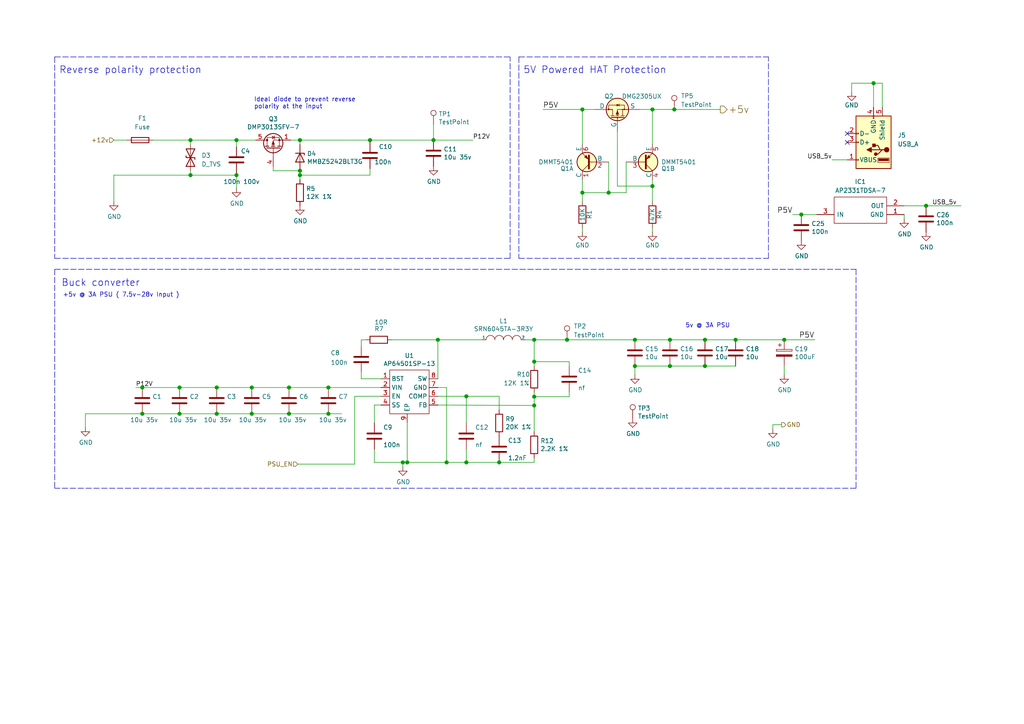
<source format=kicad_sch>
(kicad_sch (version 20210126) (generator eeschema)
  (paper "A4")
  (lib_symbols
    (symbol "AP2331TDSA-7:AP2331TDSA-7" (pin_names (offset 0.762))
      (property "Reference" "IC" (at 21.59 7.62 0))
      (property "Value" "AP2331TDSA-7" (at 21.59 5.08 0))
      (symbol "AP2331TDSA-7_0_0"
        (pin passive line (at 0 0 0) (length 5.08) (name "GND") (number "1"))
        (pin passive line (at 0 -2.54 0) (length 5.08) (name "OUT") (number "2"))
        (pin passive line (at 25.4 0 180) (length 5.08) (name "IN") (number "3"))
      )
      (symbol "AP2331TDSA-7_0_1"
        (polyline (pts (xy 5.08 2.54) (xy 20.32 2.54) (xy 20.32 -5.08) (xy 5.08 -5.08) (xy 5.08 2.54)) (stroke (width 0.1524)))
      )
    )
    (symbol "CM4IO:AP64351"
      (property "Reference" "U" (at 0 8.89 0))
      (property "Value" "AP64351" (at 1.27 6.35 0))
      (symbol "AP64351_0_1"
        (rectangle (start -5.08 5.08) (end 6.35 -7.62))
      )
      (symbol "AP64351_1_1"
        (pin passive line (at -7.62 2.54 0) (length 2.54) (name "BST") (number "1"))
        (pin power_in line (at -7.62 0 0) (length 2.54) (name "VIN") (number "2"))
        (pin input line (at -7.62 -2.54 0) (length 2.54) (name "EN") (number "3"))
        (pin input line (at -7.62 -5.08 0) (length 2.54) (name "SS") (number "4"))
        (pin input line (at 8.89 -5.08 180) (length 2.54) (name "FB") (number "5"))
        (pin input line (at 8.89 -2.54 180) (length 2.54) (name "COMP") (number "6"))
        (pin power_in line (at 8.89 0 180) (length 2.54) (name "GND") (number "7"))
        (pin output line (at 8.89 2.54 180) (length 2.54) (name "SW") (number "8"))
        (pin passive line (at 0 -10.16 90) (length 2.54) (name "EP") (number "9"))
      )
    )
    (symbol "CarPiPowerHat:DMG2305UX" (pin_numbers hide) (pin_names (offset 0))
      (property "Reference" "Q" (at -2.54 3.81 0))
      (property "Value" "DMG2305UX" (at 12.7 3.81 0))
      (symbol "DMG2305UX_0_1"
        (circle (center 0.0254 -2.032) (radius 0.1524) (fill (type outline)))
        (circle (center 0.0254 2.54) (radius 0.1778) (fill (type outline)))
        (circle (center 0 0) (radius 3.2512) (stroke (width 0.254)) (fill (type background)))
        (polyline (pts (xy -2.54 0) (xy -2.286 0)) (stroke (width 0.254)))
        (polyline (pts (xy -1.778 -1.524) (xy 0 -1.524)))
        (polyline (pts (xy -1.778 -1.016) (xy -1.778 -2.032)))
        (polyline (pts (xy -1.778 0) (xy 0 0)))
        (polyline (pts (xy -1.778 0.508) (xy -1.778 -0.508)))
        (polyline (pts (xy -1.778 1.397) (xy 0 1.397)))
        (polyline (pts (xy -1.778 1.905) (xy -1.778 0.889)))
        (polyline (pts (xy 0 -2.032) (xy 0 -2.921)))
        (polyline (pts (xy 0 -1.778) (xy 0 0)))
        (polyline (pts (xy 0 -1.27) (xy 0 -2.032)))
        (polyline (pts (xy 0 1.524) (xy 0 2.794)))
        (polyline (pts (xy 0 2.159) (xy 0 1.397)))
        (polyline (pts (xy 0.889 -0.5334) (xy 1.6764 -0.508)))
        (polyline (pts (xy -2.286 1.778) (xy -2.286 -1.905) (xy -2.286 -1.397) (xy -2.286 -1.651)) (stroke (width 0.254)))
        (polyline (pts (xy 0 2.54) (xy 1.27 2.54) (xy 1.27 0.508) (xy 1.27 -2.032) (xy 0 -2.032)))
        (polyline (pts (xy -0.381 0) (xy -1.397 0.381) (xy -1.397 -0.381) (xy -0.381 0)) (fill (type outline)))
        (polyline (pts (xy 1.27 -0.4572) (xy 0.9906 0.1524) (xy 1.524 0.1524) (xy 1.2446 -0.4572)) (fill (type outline)))
      )
      (symbol "DMG2305UX_1_1"
        (pin input line (at -6.35 0 0) (length 3.81) (name "G") (number "1"))
        (pin passive line (at 0 -6.35 90) (length 3.81) (name "S") (number "2"))
        (pin passive line (at 0 6.35 270) (length 3.81) (name "D") (number "3"))
      )
    )
    (symbol "CarPiPowerHat:DMMT5401" (pin_names (offset 0))
      (property "Reference" "Q" (at 5.08 1.905 0))
      (property "Value" "DMMT5401" (at 5.08 0 0))
      (property "Footprint" "SOT-26" (at 5.08 -1.905 0))
      (symbol "DMMT5401_0_1"
        (circle (center 1.27 0) (radius 2.8194) (stroke (width 0.254)) (fill (type background)))
        (polyline (pts (xy 0 0) (xy 0.635 0)))
        (polyline (pts (xy 2.54 -2.54) (xy 0.635 -0.635)))
        (polyline (pts (xy 2.54 2.54) (xy 0.635 0.635)))
        (polyline (pts (xy 0.635 1.905) (xy 0.635 -1.905) (xy 0.635 -1.905)) (stroke (width 0.508)) (fill (type outline)))
        (polyline (pts (xy 1.397 -1.905) (xy 1.905 -1.397) (xy 0.889 -0.889) (xy 1.397 -1.905) (xy 1.397 -1.905)) (fill (type outline)))
      )
      (symbol "DMMT5401_1_1"
        (pin passive line (at 2.54 5.08 270) (length 2.54) (name "C") (number "1"))
        (pin input line (at -5.08 0 0) (length 5.08) (name "B") (number "2"))
        (pin passive line (at 2.54 -5.08 90) (length 2.54) (name "E") (number "6"))
      )
      (symbol "DMMT5401_2_1"
        (pin input line (at -5.08 0 0) (length 5.08) (name "B") (number "3"))
        (pin passive line (at 2.54 5.08 270) (length 2.54) (name "C") (number "4"))
        (pin passive line (at 2.54 -5.08 90) (length 2.54) (name "E") (number "5"))
      )
    )
    (symbol "Connector:TestPoint" (pin_numbers hide) (pin_names (offset 0.762) hide)
      (property "Reference" "TP" (at 0 6.858 0))
      (property "Value" "TestPoint" (at 0 5.08 0))
      (symbol "TestPoint_0_1"
        (circle (center 0 3.302) (radius 0.762))
      )
      (symbol "TestPoint_1_1"
        (pin passive line (at 0 0 90) (length 2.54) (name "1") (number "1"))
      )
    )
    (symbol "Connector:USB_A" (pin_names (offset 1.016))
      (property "Reference" "J" (at -5.08 11.43 0))
      (property "Value" "USB_A" (at -5.08 8.89 0))
      (symbol "USB_A_0_1"
        (circle (center -3.81 2.159) (radius 0.635) (stroke (width 0.254)) (fill (type outline)))
        (circle (center -0.635 3.429) (radius 0.381) (stroke (width 0.254)) (fill (type outline)))
        (rectangle (start -1.27 4.572) (end -4.572 5.842))
        (rectangle (start -0.127 -7.62) (end 0.127 -6.858))
        (rectangle (start 5.08 -2.667) (end 4.318 -2.413))
        (rectangle (start 5.08 -0.127) (end 4.318 0.127))
        (rectangle (start 5.08 4.953) (end 4.318 5.207))
        (rectangle (start -1.524 4.826) (end -4.318 5.334) (fill (type outline)))
        (rectangle (start 0.254 1.27) (end -0.508 0.508) (stroke (width 0.254)) (fill (type outline)))
        (rectangle (start -5.08 -7.62) (end 5.08 7.62) (stroke (width 0.254)) (fill (type background)))
        (polyline (pts (xy -3.175 2.159) (xy -2.54 2.159) (xy -1.27 3.429) (xy -0.635 3.429)) (stroke (width 0.254)))
        (polyline (pts (xy -2.54 2.159) (xy -1.905 2.159) (xy -1.27 0.889) (xy 0 0.889)) (stroke (width 0.254)))
        (polyline (pts (xy 0.635 2.794) (xy 0.635 1.524) (xy 1.905 2.159) (xy 0.635 2.794)) (stroke (width 0.254)) (fill (type outline)))
      )
      (symbol "USB_A_1_1"
        (polyline (pts (xy -1.905 2.159) (xy 0.635 2.159)) (stroke (width 0.254)))
        (pin power_in line (at 7.62 5.08 180) (length 2.54) (name "VBUS") (number "1"))
        (pin bidirectional line (at 7.62 -2.54 180) (length 2.54) (name "D-") (number "2"))
        (pin bidirectional line (at 7.62 0 180) (length 2.54) (name "D+") (number "3"))
        (pin power_in line (at 0 -10.16 90) (length 2.54) (name "GND") (number "4"))
        (pin passive line (at -2.54 -10.16 90) (length 2.54) (name "Shield") (number "5"))
      )
    )
    (symbol "Device:C" (pin_numbers hide) (pin_names (offset 0.254))
      (property "Reference" "C" (at 0.635 2.54 0))
      (property "Value" "C" (at 0.635 -2.54 0))
      (symbol "C_0_1"
        (polyline (pts (xy -2.032 -0.762) (xy 2.032 -0.762)) (stroke (width 0.508)))
        (polyline (pts (xy -2.032 0.762) (xy 2.032 0.762)) (stroke (width 0.508)))
      )
      (symbol "C_1_1"
        (pin passive line (at 0 3.81 270) (length 2.794) (name "~") (number "1"))
        (pin passive line (at 0 -3.81 90) (length 2.794) (name "~") (number "2"))
      )
    )
    (symbol "Device:C_Polarized" (pin_numbers hide) (pin_names (offset 0.254))
      (property "Reference" "C" (at 0.635 2.54 0))
      (property "Value" "C_Polarized" (at 0.635 -2.54 0))
      (symbol "C_Polarized_0_1"
        (rectangle (start -2.286 0.508) (end 2.286 1.016))
        (rectangle (start 2.286 -0.508) (end -2.286 -1.016) (fill (type outline)))
        (polyline (pts (xy -1.778 2.286) (xy -0.762 2.286)))
        (polyline (pts (xy -1.27 2.794) (xy -1.27 1.778)))
      )
      (symbol "C_Polarized_1_1"
        (pin passive line (at 0 3.81 270) (length 2.794) (name "~") (number "1"))
        (pin passive line (at 0 -3.81 90) (length 2.794) (name "~") (number "2"))
      )
    )
    (symbol "Device:D_TVS" (pin_numbers hide) (pin_names (offset 1.016) hide)
      (property "Reference" "D" (at 0 2.54 0))
      (property "Value" "D_TVS" (at 0 -2.54 0))
      (symbol "D_TVS_0_1"
        (polyline (pts (xy 1.27 0) (xy -1.27 0)))
        (polyline (pts (xy 0.508 1.27) (xy 0 1.27) (xy 0 -1.27) (xy -0.508 -1.27)) (stroke (width 0.254)))
        (polyline (pts (xy -2.54 1.27) (xy -2.54 -1.27) (xy 2.54 1.27) (xy 2.54 -1.27) (xy -2.54 1.27)) (stroke (width 0.254)))
      )
      (symbol "D_TVS_1_1"
        (pin passive line (at -3.81 0 0) (length 2.54) (name "A1") (number "1"))
        (pin passive line (at 3.81 0 180) (length 2.54) (name "A2") (number "2"))
      )
    )
    (symbol "Device:Fuse" (pin_numbers hide) (pin_names (offset 0))
      (property "Reference" "F" (at 2.032 0 90))
      (property "Value" "Fuse" (at -1.905 0 90))
      (symbol "Fuse_0_1"
        (rectangle (start -0.762 -2.54) (end 0.762 2.54) (stroke (width 0.254)))
        (polyline (pts (xy 0 2.54) (xy 0 -2.54)))
      )
      (symbol "Fuse_1_1"
        (pin passive line (at 0 3.81 270) (length 1.27) (name "~") (number "1"))
        (pin passive line (at 0 -3.81 90) (length 1.27) (name "~") (number "2"))
      )
    )
    (symbol "Device:R" (pin_numbers hide) (pin_names (offset 0))
      (property "Reference" "R" (at 2.032 0 90))
      (property "Value" "R" (at 0 0 90))
      (symbol "R_0_1"
        (rectangle (start -1.016 -2.54) (end 1.016 2.54) (stroke (width 0.254)))
      )
      (symbol "R_1_1"
        (pin passive line (at 0 3.81 270) (length 1.27) (name "~") (number "1"))
        (pin passive line (at 0 -3.81 90) (length 1.27) (name "~") (number "2"))
      )
    )
    (symbol "Diode:BZX84Cxx" (pin_numbers hide) (pin_names (offset 1.016) hide)
      (property "Reference" "D" (at 0 2.54 0))
      (property "Value" "BZX84Cxx" (at 0 -2.54 0))
      (symbol "BZX84Cxx_0_1"
        (polyline (pts (xy 1.27 0) (xy -1.27 0)))
        (polyline (pts (xy -1.27 -1.27) (xy -1.27 1.27) (xy -0.762 1.27)) (stroke (width 0.254)))
        (polyline (pts (xy 1.27 -1.27) (xy 1.27 1.27) (xy -1.27 0) (xy 1.27 -1.27)) (stroke (width 0.254)))
      )
      (symbol "BZX84Cxx_1_1"
        (pin passive line (at -3.81 0 0) (length 2.54) (name "K") (number "1"))
        (pin passive line (at 3.81 0 180) (length 2.54) (name "A") (number "2"))
      )
    )
    (symbol "Transistor_FET:DMP3013SFV" (pin_names hide)
      (property "Reference" "Q" (at 5.08 1.905 0))
      (property "Value" "DMP3013SFV" (at 5.08 0 0))
      (symbol "DMP3013SFV_0_1"
        (circle (center 1.651 0) (radius 2.794) (stroke (width 0.254)))
        (circle (center 2.54 -1.778) (radius 0.254) (fill (type outline)))
        (circle (center 2.54 1.778) (radius 0.254) (fill (type outline)))
        (polyline (pts (xy 0.254 0) (xy -2.54 0)))
        (polyline (pts (xy 0.254 1.905) (xy 0.254 -1.905)) (stroke (width 0.254)))
        (polyline (pts (xy 0.762 -1.27) (xy 0.762 -2.286)) (stroke (width 0.254)))
        (polyline (pts (xy 0.762 0.508) (xy 0.762 -0.508)) (stroke (width 0.254)))
        (polyline (pts (xy 0.762 2.286) (xy 0.762 1.27)) (stroke (width 0.254)))
        (polyline (pts (xy 2.54 2.54) (xy 2.54 1.778)))
        (polyline (pts (xy 2.54 -2.54) (xy 2.54 0) (xy 0.762 0)))
        (polyline (pts (xy 0.762 1.778) (xy 3.302 1.778) (xy 3.302 -1.778) (xy 0.762 -1.778)))
        (polyline (pts (xy 2.794 -0.508) (xy 2.921 -0.381) (xy 3.683 -0.381) (xy 3.81 -0.254)))
        (polyline (pts (xy 3.302 -0.381) (xy 2.921 0.254) (xy 3.683 0.254) (xy 3.302 -0.381)))
        (polyline (pts (xy 2.286 0) (xy 1.27 0.381) (xy 1.27 -0.381) (xy 2.286 0)) (fill (type outline)))
      )
      (symbol "DMP3013SFV_1_1"
        (pin passive line (at 2.54 -5.08 90) (length 2.54) (name "S") (number "1"))
        (pin passive line (at 2.54 -5.08 90) (length 2.54) hide (name "S") (number "2"))
        (pin passive line (at 2.54 -5.08 90) (length 2.54) hide (name "S") (number "3"))
        (pin passive line (at -5.08 0 0) (length 2.54) (name "G") (number "4"))
        (pin passive line (at 2.54 5.08 270) (length 2.54) (name "D") (number "5"))
      )
    )
    (symbol "power:GND" (power) (pin_names (offset 0))
      (property "Value" "GND" (at 0 -3.81 0))
      (symbol "GND_0_1"
        (polyline (pts (xy 0 0) (xy 0 -1.27) (xy 1.27 -1.27) (xy 0 -2.54) (xy -1.27 -1.27) (xy 0 -1.27)))
      )
      (symbol "GND_1_1"
        (pin power_in line (at 0 0 270) (length 0) hide (name "GND") (number "1"))
      )
    )
    (symbol "pspice:INDUCTOR" (pin_numbers hide) (pin_names (offset 0))
      (property "Reference" "L" (at 0 2.54 0))
      (property "Value" "INDUCTOR" (at 0 -1.27 0))
      (symbol "INDUCTOR_0_1"
        (arc (start -2.54 0) (end -5.08 0) (radius (at -3.81 0) (length 1.27) (angles 0.1 179.9)))
        (arc (start 0 0) (end -2.54 0) (radius (at -1.27 0) (length 1.27) (angles 0.1 179.9)))
        (arc (start 2.54 0) (end 0 0) (radius (at 1.27 0) (length 1.27) (angles 0.1 179.9)))
        (arc (start 5.08 0) (end 2.54 0) (radius (at 3.81 0) (length 1.27) (angles 0.1 179.9)))
      )
      (symbol "INDUCTOR_1_1"
        (pin input line (at -6.35 0 0) (length 1.27) (name "1") (number "1"))
        (pin input line (at 6.35 0 180) (length 1.27) (name "2") (number "2"))
      )
    )
  )
  (junction (at 41.275 112.395) (diameter 1.016))
  (junction (at 41.275 120.015) (diameter 1.016))
  (junction (at 52.07 112.395) (diameter 1.016))
  (junction (at 52.07 120.015) (diameter 1.016))
  (junction (at 55.245 40.64) (diameter 1.016))
  (junction (at 55.245 50.8) (diameter 1.016))
  (junction (at 62.865 112.395) (diameter 1.016))
  (junction (at 62.865 120.015) (diameter 1.016))
  (junction (at 68.58 40.64) (diameter 1.016))
  (junction (at 68.58 50.8) (diameter 1.016))
  (junction (at 73.025 112.395) (diameter 1.016))
  (junction (at 73.025 120.015) (diameter 1.016))
  (junction (at 83.82 112.395) (diameter 1.016))
  (junction (at 83.82 120.015) (diameter 1.016))
  (junction (at 86.995 40.64) (diameter 1.016))
  (junction (at 86.995 49.53) (diameter 1.016))
  (junction (at 86.995 50.8) (diameter 1.016))
  (junction (at 95.25 112.395) (diameter 1.016))
  (junction (at 95.25 120.015) (diameter 1.016))
  (junction (at 107.315 40.64) (diameter 1.016))
  (junction (at 116.84 134.112) (diameter 1.016))
  (junction (at 118.11 134.112) (diameter 1.016))
  (junction (at 125.73 40.64) (diameter 1.016))
  (junction (at 127 98.552) (diameter 1.016))
  (junction (at 129.54 134.112) (diameter 1.016))
  (junction (at 135.255 114.935) (diameter 1.016))
  (junction (at 135.255 134.112) (diameter 1.016))
  (junction (at 144.78 134.112) (diameter 1.016))
  (junction (at 154.94 98.552) (diameter 1.016))
  (junction (at 154.94 104.902) (diameter 1.016))
  (junction (at 154.94 115.062) (diameter 1.016))
  (junction (at 154.94 117.602) (diameter 1.016))
  (junction (at 164.465 98.552) (diameter 1.016))
  (junction (at 168.91 31.75) (diameter 1.016))
  (junction (at 168.91 55.88) (diameter 1.016))
  (junction (at 176.53 55.88) (diameter 1.016))
  (junction (at 184.15 98.552) (diameter 1.016))
  (junction (at 184.15 106.172) (diameter 1.016))
  (junction (at 189.23 31.75) (diameter 1.016))
  (junction (at 189.23 53.975) (diameter 1.016))
  (junction (at 194.31 98.552) (diameter 1.016))
  (junction (at 194.31 106.172) (diameter 1.016))
  (junction (at 195.58 31.75) (diameter 1.016))
  (junction (at 204.47 98.552) (diameter 1.016))
  (junction (at 204.47 106.172) (diameter 1.016))
  (junction (at 213.36 98.552) (diameter 1.016))
  (junction (at 227.457 98.552) (diameter 1.016))
  (junction (at 232.41 62.23) (diameter 1.016))
  (junction (at 253.365 24.13) (diameter 1.016))
  (junction (at 268.605 59.69) (diameter 1.016))
  (no_connect (at 245.745 38.735))
  (no_connect (at 245.745 41.275))
  (wire (pts (xy 24.765 120.015) (xy 24.765 123.952)))
  (wire (pts (xy 24.765 120.015) (xy 41.275 120.015)))
  (wire (pts (xy 33.02 40.64) (xy 36.83 40.64)))
  (wire (pts (xy 33.02 50.8) (xy 33.02 58.42)))
  (wire (pts (xy 33.02 50.8) (xy 55.245 50.8)))
  (wire (pts (xy 39.37 112.395) (xy 41.275 112.395)))
  (wire (pts (xy 41.275 112.395) (xy 52.07 112.395)))
  (wire (pts (xy 41.275 120.015) (xy 52.07 120.015)))
  (wire (pts (xy 44.45 40.64) (xy 55.245 40.64)))
  (wire (pts (xy 52.07 112.395) (xy 62.865 112.395)))
  (wire (pts (xy 52.07 120.015) (xy 62.865 120.015)))
  (wire (pts (xy 55.245 40.64) (xy 55.245 41.91)))
  (wire (pts (xy 55.245 40.64) (xy 68.58 40.64)))
  (wire (pts (xy 55.245 49.53) (xy 55.245 50.8)))
  (wire (pts (xy 55.245 50.8) (xy 68.58 50.8)))
  (wire (pts (xy 62.865 112.395) (xy 73.025 112.395)))
  (wire (pts (xy 62.865 120.015) (xy 73.025 120.015)))
  (wire (pts (xy 68.58 40.64) (xy 68.58 42.545)))
  (wire (pts (xy 68.58 40.64) (xy 74.168 40.64)))
  (wire (pts (xy 68.58 50.165) (xy 68.58 50.8)))
  (wire (pts (xy 68.58 50.8) (xy 68.58 54.61)))
  (wire (pts (xy 73.025 112.395) (xy 83.82 112.395)))
  (wire (pts (xy 73.025 120.015) (xy 83.82 120.015)))
  (wire (pts (xy 79.248 48.26) (xy 79.248 49.53)))
  (wire (pts (xy 79.248 49.53) (xy 86.995 49.53)))
  (wire (pts (xy 83.82 112.395) (xy 95.25 112.395)))
  (wire (pts (xy 83.82 120.015) (xy 95.25 120.015)))
  (wire (pts (xy 84.328 40.64) (xy 86.995 40.64)))
  (wire (pts (xy 86.36 134.62) (xy 102.87 134.62)))
  (wire (pts (xy 86.995 40.64) (xy 86.995 41.91)))
  (wire (pts (xy 86.995 40.64) (xy 107.315 40.64)))
  (wire (pts (xy 86.995 49.53) (xy 86.995 50.8)))
  (wire (pts (xy 86.995 50.8) (xy 86.995 52.07)))
  (wire (pts (xy 86.995 50.8) (xy 107.315 50.8)))
  (wire (pts (xy 95.25 112.395) (xy 110.49 112.395)))
  (wire (pts (xy 95.25 120.015) (xy 99.06 120.015)))
  (wire (pts (xy 102.87 114.935) (xy 102.87 134.62)))
  (wire (pts (xy 104.775 98.552) (xy 106.045 98.552)))
  (wire (pts (xy 104.775 100.457) (xy 104.775 98.552)))
  (wire (pts (xy 104.775 108.077) (xy 104.775 109.855)))
  (wire (pts (xy 104.775 109.855) (xy 110.49 109.855)))
  (wire (pts (xy 107.315 40.64) (xy 107.315 41.275)))
  (wire (pts (xy 107.315 40.64) (xy 125.73 40.64)))
  (wire (pts (xy 107.315 50.8) (xy 107.315 48.895)))
  (wire (pts (xy 108.585 117.475) (xy 108.585 122.682)))
  (wire (pts (xy 108.585 130.302) (xy 108.585 134.112)))
  (wire (pts (xy 108.585 134.112) (xy 116.84 134.112)))
  (wire (pts (xy 110.49 114.935) (xy 102.87 114.935)))
  (wire (pts (xy 110.49 117.475) (xy 108.585 117.475)))
  (wire (pts (xy 113.665 98.552) (xy 127 98.552)))
  (wire (pts (xy 116.84 134.112) (xy 118.11 134.112)))
  (wire (pts (xy 116.84 135.382) (xy 116.84 134.112)))
  (wire (pts (xy 118.11 122.555) (xy 118.11 134.112)))
  (wire (pts (xy 118.11 134.112) (xy 129.54 134.112)))
  (wire (pts (xy 125.73 36.068) (xy 125.73 40.64)))
  (wire (pts (xy 125.73 40.64) (xy 137.16 40.64)))
  (wire (pts (xy 127 98.552) (xy 127 109.855)))
  (wire (pts (xy 127 98.552) (xy 139.7 98.552)))
  (wire (pts (xy 127 112.395) (xy 129.54 112.395)))
  (wire (pts (xy 127 114.935) (xy 135.255 114.935)))
  (wire (pts (xy 127 117.475) (xy 154.94 117.602)))
  (wire (pts (xy 129.54 112.395) (xy 129.54 134.112)))
  (wire (pts (xy 129.54 134.112) (xy 135.255 134.112)))
  (wire (pts (xy 135.255 114.935) (xy 135.255 122.682)))
  (wire (pts (xy 135.255 114.935) (xy 144.78 114.935)))
  (wire (pts (xy 135.255 130.302) (xy 135.255 134.112)))
  (wire (pts (xy 135.255 134.112) (xy 144.78 134.112)))
  (wire (pts (xy 144.78 118.872) (xy 144.78 114.935)))
  (wire (pts (xy 144.78 134.112) (xy 154.94 134.112)))
  (wire (pts (xy 152.4 98.552) (xy 154.94 98.552)))
  (wire (pts (xy 154.94 98.552) (xy 154.94 104.902)))
  (wire (pts (xy 154.94 98.552) (xy 164.465 98.552)))
  (wire (pts (xy 154.94 104.902) (xy 154.94 106.172)))
  (wire (pts (xy 154.94 104.902) (xy 165.1 104.902)))
  (wire (pts (xy 154.94 113.792) (xy 154.94 115.062)))
  (wire (pts (xy 154.94 115.062) (xy 154.94 117.602)))
  (wire (pts (xy 154.94 115.062) (xy 165.1 115.062)))
  (wire (pts (xy 154.94 117.602) (xy 154.94 125.222)))
  (wire (pts (xy 154.94 134.112) (xy 154.94 132.842)))
  (wire (pts (xy 157.48 31.75) (xy 168.91 31.75)))
  (wire (pts (xy 164.465 98.552) (xy 184.15 98.552)))
  (wire (pts (xy 165.1 104.902) (xy 165.1 106.172)))
  (wire (pts (xy 165.1 115.062) (xy 165.1 113.792)))
  (wire (pts (xy 168.91 31.75) (xy 172.72 31.75)))
  (wire (pts (xy 168.91 41.91) (xy 168.91 31.75)))
  (wire (pts (xy 168.91 52.07) (xy 168.91 55.88)))
  (wire (pts (xy 168.91 55.88) (xy 168.91 58.42)))
  (wire (pts (xy 168.91 55.88) (xy 176.53 55.88)))
  (wire (pts (xy 168.91 67.31) (xy 168.91 66.04)))
  (wire (pts (xy 176.53 46.99) (xy 176.53 55.88)))
  (wire (pts (xy 176.53 55.88) (xy 181.61 55.88)))
  (wire (pts (xy 179.07 38.1) (xy 179.07 53.975)))
  (wire (pts (xy 179.07 53.975) (xy 189.23 53.975)))
  (wire (pts (xy 181.61 55.88) (xy 181.61 46.99)))
  (wire (pts (xy 184.15 98.552) (xy 194.31 98.552)))
  (wire (pts (xy 184.15 106.172) (xy 184.15 108.712)))
  (wire (pts (xy 185.42 31.75) (xy 189.23 31.75)))
  (wire (pts (xy 189.23 31.75) (xy 195.58 31.75)))
  (wire (pts (xy 189.23 41.91) (xy 189.23 31.75)))
  (wire (pts (xy 189.23 52.07) (xy 189.23 53.975)))
  (wire (pts (xy 189.23 53.975) (xy 189.23 58.42)))
  (wire (pts (xy 189.23 67.31) (xy 189.23 66.04)))
  (wire (pts (xy 194.31 98.552) (xy 204.47 98.552)))
  (wire (pts (xy 194.31 106.172) (xy 184.15 106.172)))
  (wire (pts (xy 195.58 31.75) (xy 208.915 31.75)))
  (wire (pts (xy 204.47 98.552) (xy 213.36 98.552)))
  (wire (pts (xy 204.47 106.172) (xy 194.31 106.172)))
  (wire (pts (xy 213.36 98.552) (xy 227.457 98.552)))
  (wire (pts (xy 213.36 106.172) (xy 204.47 106.172)))
  (wire (pts (xy 224.155 123.19) (xy 224.155 124.46)))
  (wire (pts (xy 226.695 123.19) (xy 224.155 123.19)))
  (wire (pts (xy 227.457 98.552) (xy 236.22 98.552)))
  (wire (pts (xy 227.457 106.172) (xy 227.457 108.712)))
  (wire (pts (xy 229.87 62.23) (xy 232.41 62.23)))
  (wire (pts (xy 232.41 62.23) (xy 236.855 62.23)))
  (wire (pts (xy 236.22 98.425) (xy 236.22 98.552)))
  (wire (pts (xy 241.3 46.355) (xy 245.745 46.355)))
  (wire (pts (xy 247.015 24.13) (xy 247.015 26.67)))
  (wire (pts (xy 253.365 24.13) (xy 247.015 24.13)))
  (wire (pts (xy 253.365 31.115) (xy 253.365 24.13)))
  (wire (pts (xy 255.905 24.13) (xy 253.365 24.13)))
  (wire (pts (xy 255.905 31.115) (xy 255.905 24.13)))
  (wire (pts (xy 262.255 59.69) (xy 268.605 59.69)))
  (wire (pts (xy 262.255 62.23) (xy 262.255 63.5)))
  (wire (pts (xy 268.605 59.69) (xy 278.765 59.69)))
  (polyline (pts (xy 15.875 16.51) (xy 15.875 74.93)) (stroke (width 0) (type dash)))
  (polyline (pts (xy 15.875 16.51) (xy 147.955 16.51)) (stroke (width 0) (type dash)))
  (polyline (pts (xy 15.875 74.93) (xy 147.955 74.93)) (stroke (width 0) (type dash)))
  (polyline (pts (xy 15.875 78.105) (xy 15.875 141.605)) (stroke (width 0.1524) (type dash)))
  (polyline (pts (xy 15.875 78.105) (xy 248.285 78.105)) (stroke (width 0.1524) (type dash)))
  (polyline (pts (xy 147.955 74.93) (xy 147.955 16.51)) (stroke (width 0) (type dash)))
  (polyline (pts (xy 150.495 16.51) (xy 150.495 74.93)) (stroke (width 0) (type dash)))
  (polyline (pts (xy 150.495 16.51) (xy 222.885 16.51)) (stroke (width 0) (type dash)))
  (polyline (pts (xy 150.495 74.93) (xy 222.885 74.93)) (stroke (width 0) (type dash)))
  (polyline (pts (xy 222.885 74.93) (xy 222.885 16.51)) (stroke (width 0) (type dash)))
  (polyline (pts (xy 248.285 78.105) (xy 248.285 141.605)) (stroke (width 0.1524) (type dash)))
  (polyline (pts (xy 248.285 141.605) (xy 15.875 141.605)) (stroke (width 0.1524) (type dash)))
  (text "Reverse polarity protection" (at 17.145 21.59 0) (effects (font (size 2.0066 2.0066)) (justify left bottom)))
  (text "Buck converter" (at 17.78 83.312 0) (effects (font (size 2.0066 2.0066)) (justify left bottom)))
  (text "+5v @ 3A PSU ( 7.5v-28v Input )" (at 52.07 86.36 180) (effects (font (size 1.27 1.27)) (justify right bottom)))
  (text "Ideal diode to prevent reverse\npolarity at the input" (at 73.66 31.75 0) (effects (font (size 1.27 1.27)) (justify left bottom)))
  (text "5V Powered HAT Protection" (at 151.765 21.59 0) (effects (font (size 2.0066 2.0066)) (justify left bottom)))
  (text "5v @ 3A PSU\n" (at 198.755 95.25 0) (effects (font (size 1.27 1.27)) (justify left bottom)))
  (label "P12V" (at 39.37 112.395 0))
  (label "P12V" (at 137.16 40.64 0))
  (label "P5V" (at 157.48 31.75 0) (effects (font (size 1.524 1.524))))
  (label "P5V" (at 229.87 62.23 180) (effects (font (size 1.524 1.524))))
  (label "P5V" (at 236.22 98.425 180) (effects (font (size 1.524 1.524))))
  (label "USB_5v" (at 241.3 46.355 180))
  (label "USB_5v" (at 277.495 59.69 180))
  (hierarchical_label "+12v" (shape input) (at 33.02 40.64 180))
  (hierarchical_label "PSU_EN" (shape input) (at 86.36 134.62 180))
  (hierarchical_label "+5v" (shape output) (at 208.915 31.75 0) (effects (font (size 2.0066 2.0066))))
  (hierarchical_label "GND" (shape output) (at 226.695 123.19 0))
  (symbol (lib_id "Connector:TestPoint") (at 125.73 36.068 0) (unit 1)
    (property "Reference" "TP1" (at 127.2032 33.0708 0) (effects (justify left)))
    (property "Value" "TestPoint" (at 127.2032 35.3822 0) (effects (justify left)))
    (property "Footprint" "TestPoint:TestPoint_Pad_2.0x2.0mm" (effects hide))
    (property "Field4" "nf" (effects hide))
    (property "Field5" "nf" (effects hide))
    (property "Field6" "nf" (effects hide))
    (property "Field7" "nf" (effects hide))
  )
  (symbol (lib_id "Connector:TestPoint") (at 164.465 98.552 0) (unit 1)
    (property "Reference" "TP2" (at 166.37 94.615 0) (effects (justify left)))
    (property "Value" "TestPoint" (at 166.37 97.155 0) (effects (justify left)))
    (property "Footprint" "TestPoint:TestPoint_Pad_2.0x2.0mm" (effects hide))
    (property "Field4" "nf" (effects hide))
    (property "Field5" "nf" (effects hide))
    (property "Field6" "nf" (effects hide))
    (property "Field7" "nf" (effects hide))
  )
  (symbol (lib_id "Connector:TestPoint") (at 183.515 121.412 0) (unit 1)
    (property "Reference" "TP3" (at 184.9882 118.4148 0) (effects (justify left)))
    (property "Value" "TestPoint" (at 184.9882 120.7262 0) (effects (justify left)))
    (property "Footprint" "TestPoint:TestPoint_Pad_2.0x2.0mm" (effects hide))
    (property "Field4" "nf" (effects hide))
    (property "Field5" "nf" (effects hide))
    (property "Field6" "nf" (effects hide))
    (property "Field7" "nf" (effects hide))
  )
  (symbol (lib_id "Connector:TestPoint") (at 195.58 31.75 0) (unit 1)
    (property "Reference" "TP5" (at 197.485 27.813 0) (effects (justify left)))
    (property "Value" "TestPoint" (at 197.485 30.353 0) (effects (justify left)))
    (property "Footprint" "TestPoint:TestPoint_Pad_2.0x2.0mm" (effects hide))
    (property "Field4" "nf" (effects hide))
    (property "Field5" "nf" (effects hide))
    (property "Field6" "nf" (effects hide))
    (property "Field7" "nf" (effects hide))
  )
  (symbol (lib_id "power:GND") (at 24.765 123.952 0) (unit 1)
    (property "Reference" "#PWR0107" (effects hide))
    (property "Value" "GND" (at 24.892 128.3462 0))
  )
  (symbol (lib_id "power:GND") (at 33.02 58.42 0) (unit 1)
    (property "Reference" "#PWR02" (effects hide))
    (property "Value" "GND" (at 33.147 62.8142 0))
  )
  (symbol (lib_id "power:GND") (at 68.58 54.61 0) (unit 1)
    (property "Reference" "#PWR0109" (effects hide))
    (property "Value" "GND" (at 68.707 59.0042 0))
  )
  (symbol (lib_id "power:GND") (at 86.995 59.69 0) (unit 1)
    (property "Reference" "#PWR0108" (effects hide))
    (property "Value" "GND" (at 87.122 64.0842 0))
  )
  (symbol (lib_id "power:GND") (at 116.84 135.382 0) (unit 1)
    (property "Reference" "#PWR0110" (effects hide))
    (property "Value" "GND" (at 116.967 139.7762 0))
  )
  (symbol (lib_id "power:GND") (at 125.73 48.26 0) (unit 1)
    (property "Reference" "#PWR0111" (effects hide))
    (property "Value" "GND" (at 125.857 52.6542 0))
  )
  (symbol (lib_id "power:GND") (at 168.91 67.31 0) (unit 1)
    (property "Reference" "#PWR0102" (effects hide))
    (property "Value" "GND" (at 168.91 71.12 0))
  )
  (symbol (lib_id "power:GND") (at 183.515 121.412 0) (unit 1)
    (property "Reference" "#PWR0113" (effects hide))
    (property "Value" "GND" (at 183.642 125.8062 0))
  )
  (symbol (lib_id "power:GND") (at 184.15 108.712 0) (unit 1)
    (property "Reference" "#PWR0112" (effects hide))
    (property "Value" "GND" (at 184.277 113.1062 0))
  )
  (symbol (lib_id "power:GND") (at 189.23 67.31 0) (unit 1)
    (property "Reference" "#PWR0101" (effects hide))
    (property "Value" "GND" (at 189.23 71.12 0))
  )
  (symbol (lib_id "power:GND") (at 224.155 124.46 0) (unit 1)
    (property "Reference" "#PWR0127" (effects hide))
    (property "Value" "GND" (at 224.282 128.8542 0))
  )
  (symbol (lib_id "power:GND") (at 227.457 108.712 0) (unit 1)
    (property "Reference" "#PWR0114" (effects hide))
    (property "Value" "GND" (at 227.584 113.1062 0))
  )
  (symbol (lib_id "power:GND") (at 232.41 69.85 0) (unit 1)
    (property "Reference" "#PWR0144" (effects hide))
    (property "Value" "GND" (at 232.537 74.2442 0))
  )
  (symbol (lib_id "power:GND") (at 247.015 26.67 0) (unit 1)
    (property "Reference" "#PWR0137" (effects hide))
    (property "Value" "GND" (at 247.015 30.48 0))
  )
  (symbol (lib_id "power:GND") (at 262.255 63.5 0) (unit 1)
    (property "Reference" "#PWR0146" (effects hide))
    (property "Value" "GND" (at 262.382 67.8942 0))
  )
  (symbol (lib_id "power:GND") (at 268.605 67.31 0) (unit 1)
    (property "Reference" "#PWR0145" (effects hide))
    (property "Value" "GND" (at 268.732 71.7042 0))
  )
  (symbol (lib_id "Device:Fuse") (at 40.64 40.64 90) (unit 1)
    (property "Reference" "F1" (at 41.275 34.29 90))
    (property "Value" "Fuse" (at 41.275 36.83 90))
    (property "Footprint" "Fuse:Fuse_Littelfuse-NANO2-451_453" (effects hide))
  )
  (symbol (lib_id "Device:R") (at 86.995 55.88 0) (unit 1)
    (property "Reference" "R5" (at 88.773 54.7116 0) (effects (justify left)))
    (property "Value" "12K 1%" (at 88.773 57.023 0) (effects (justify left)))
    (property "Footprint" "Resistor_SMD:R_0402_1005Metric" (effects hide))
    (property "Field4" "Farnell" (effects hide))
    (property "Field5" "9239367" (effects hide))
    (property "Field7" "Rohm" (effects hide))
    (property "Field6" "MCR01MZPF1202" (effects hide))
    (property "Part Description" "Resistor 12K M1005 1% 63mW" (effects hide))
    (property "LCSC" "C25879" (effects hide))
  )
  (symbol (lib_id "Device:R") (at 109.855 98.552 270) (unit 1)
    (property "Reference" "R7" (at 108.585 95.377 90) (effects (justify left)))
    (property "Value" "10R" (at 108.585 93.472 90) (effects (justify left)))
    (property "Footprint" "Resistor_SMD:R_0402_1005Metric" (effects hide))
    (property "Field4" "Farnell" (effects hide))
    (property "Field5" "9238999" (effects hide))
    (property "Field7" "Yageo" (effects hide))
    (property "Field6" "RC0402FR-0710RL" (effects hide))
    (property "Field8" "URES00256" (effects hide))
    (property "Part Description" "Resistor 10R M1005 1% 63mW" (effects hide))
  )
  (symbol (lib_id "Device:R") (at 144.78 122.682 0) (unit 1)
    (property "Reference" "R9" (at 146.558 121.5136 0) (effects (justify left)))
    (property "Value" "20K 1%" (at 146.558 123.825 0) (effects (justify left)))
    (property "Footprint" "Resistor_SMD:R_0402_1005Metric" (effects hide))
    (property "Field4" "Farnell" (effects hide))
    (property "Field5" "2331485" (effects hide))
    (property "Field7" "KOA EUROPE GMBH" (effects hide))
    (property "Field6" "RK73H1ETTP2002F" (effects hide))
    (property "Part Description" "Resistor 20K M1005 1% 63mW" (effects hide))
    (property "LCSC" "C25765" (effects hide))
  )
  (symbol (lib_id "Device:R") (at 154.94 109.982 0) (unit 1)
    (property "Reference" "R10" (at 149.86 108.585 0) (effects (justify left)))
    (property "Value" "12K 1%" (at 146.05 111.125 0) (effects (justify left)))
    (property "Footprint" "Resistor_SMD:R_0402_1005Metric" (effects hide))
    (property "Field4" "Farnell" (effects hide))
    (property "Field5" "9239367" (effects hide))
    (property "Field7" "Rohm" (effects hide))
    (property "Field6" "MCR01MZPF1202" (effects hide))
    (property "Part Description" "Resistor 12K M1005 1% 63mW" (effects hide))
    (property "LCSC" "C25752" (effects hide))
  )
  (symbol (lib_id "Device:R") (at 154.94 129.032 0) (unit 1)
    (property "Reference" "R12" (at 156.718 127.8636 0) (effects (justify left)))
    (property "Value" "2.2K 1%" (at 156.718 130.175 0) (effects (justify left)))
    (property "Footprint" "Resistor_SMD:R_0402_1005Metric" (effects hide))
    (property "Field4" "Farnell" (effects hide))
    (property "Field5" "9239278" (effects hide))
    (property "Field6" "RK73G1ETQTP2201D         " (effects hide))
    (property "Field7" "KOA EUROPE GMBH" (effects hide))
    (property "Part Description" "Resistor 2.2K M1005 1% 63mW" (effects hide))
    (property "Field8" "120889581" (effects hide))
    (property "LCSC" "C25879" (effects hide))
  )
  (symbol (lib_id "Device:R") (at 168.91 62.23 0) (unit 1)
    (property "Reference" "R1" (at 170.942 62.23 90))
    (property "Value" "10K" (at 168.91 62.23 90))
    (property "Footprint" "Resistor_SMD:R_0402_1005Metric_Pad0.72x0.64mm_HandSolder" (effects hide))
  )
  (symbol (lib_id "Device:R") (at 189.23 62.23 0) (unit 1)
    (property "Reference" "R4" (at 191.262 62.23 90))
    (property "Value" "47K" (at 189.23 62.23 90))
    (property "Footprint" "Resistor_SMD:R_0402_1005Metric_Pad0.72x0.64mm_HandSolder" (effects hide))
  )
  (symbol (lib_id "pspice:INDUCTOR") (at 146.05 98.552 0) (unit 1)
    (property "Reference" "L1" (at 146.05 93.091 0))
    (property "Value" "SRN6045TA-3R3Y" (at 146.05 95.4024 0))
    (property "Footprint" "Inductor_SMD:L_Bourns_SRN6045TA" (effects hide))
    (property "Field4" "Farnell" (effects hide))
    (property "Field5" "2616889" (effects hide))
    (property "Field6" "SRN6045TA-3R3Y" (effects hide))
    (property "Field7" "Bourns" (effects hide))
    (property "Part Description" "3.3µH Semi-Shielded Wirewound Inductor 7.8A 21mOhm Nonstandard" (effects hide))
  )
  (symbol (lib_id "Device:D_TVS") (at 55.245 45.72 90) (unit 1)
    (property "Reference" "D3" (at 58.42 45.085 90) (effects (justify right)))
    (property "Value" "D_TVS" (at 58.42 47.625 90) (effects (justify right)))
    (property "Footprint" "Diode_SMD:D_SMB" (effects hide))
  )
  (symbol (lib_id "Diode:BZX84Cxx") (at 86.995 45.72 270) (unit 1)
    (property "Reference" "D4" (at 89.027 44.577 90) (effects (justify left)))
    (property "Value" "MMBZ5242BLT3G" (at 89.027 46.863 90) (effects (justify left)))
    (property "Footprint" "Diode_SMD:D_SOT-23_ANK" (effects hide))
    (property "Datasheet" "https://diotec.com/tl_files/diotec/files/pdf/datasheets/bzx84c2v4.pdf" (effects hide))
    (property "Field4" "Digikey" (effects hide))
    (property "Field5" "	MMBZ5242BLT3GOSCT-ND" (effects hide))
    (property "Field6" "MMBZ5242BLT3G" (effects hide))
    (property "Field7" "Onsemi" (effects hide))
    (property "Part Description" "	Zener Diode 12V 225mW 5% Surface Mount SOT-23-3 (TO-236)" (effects hide))
    (property "LCSC" "C268585" (effects hide))
  )
  (symbol (lib_id "Device:C") (at 41.275 116.205 0) (unit 1)
    (property "Reference" "C1" (at 44.196 115.0366 0) (effects (justify left)))
    (property "Value" "10u 35v" (at 37.719 121.793 0) (effects (justify left)))
    (property "Footprint" "Capacitor_SMD:C_0805_2012Metric" (effects hide))
    (property "Field5" "490-10505-1-ND" (effects hide))
    (property "Field4" "Digikey" (effects hide))
    (property "Field6" "GRM21BC8YA106KE11L " (effects hide))
    (property "Field7" "Murata" (effects hide))
    (property "Part Description" "	10uF 10% or 20% 35V Ceramic Capacitor X6S 0805 (2012 Metric)" (effects hide))
    (property "LCSC" "C469541" (effects hide))
  )
  (symbol (lib_id "Device:C") (at 52.07 116.205 0) (unit 1)
    (property "Reference" "C2" (at 54.991 115.0366 0) (effects (justify left)))
    (property "Value" "10u 35v" (at 49.022 121.793 0) (effects (justify left)))
    (property "Footprint" "Capacitor_SMD:C_0805_2012Metric" (effects hide))
    (property "Field5" "490-10505-1-ND" (effects hide))
    (property "Field4" "Digikey" (effects hide))
    (property "Field6" "GRM21BC8YA106KE11L " (effects hide))
    (property "Field7" "Murata" (effects hide))
    (property "Part Description" "	10uF 10% or 20% 35V Ceramic Capacitor X6S 0805 (2012 Metric)" (effects hide))
    (property "LCSC" "C469541" (effects hide))
  )
  (symbol (lib_id "Device:C") (at 62.865 116.205 0) (unit 1)
    (property "Reference" "C3" (at 65.786 115.0366 0) (effects (justify left)))
    (property "Value" "10u 35v" (at 59.055 121.793 0) (effects (justify left)))
    (property "Footprint" "Capacitor_SMD:C_0805_2012Metric" (effects hide))
    (property "Field5" "490-10505-1-ND" (effects hide))
    (property "Field4" "Digikey" (effects hide))
    (property "Field6" "GRM21BC8YA106KE11L " (effects hide))
    (property "Field7" "Murata" (effects hide))
    (property "Part Description" "	10uF 10% or 20% 35V Ceramic Capacitor X6S 0805 (2012 Metric)" (effects hide))
    (property "LCSC" "C469541" (effects hide))
  )
  (symbol (lib_id "Device:C") (at 68.58 46.355 0) (unit 1)
    (property "Reference" "C4" (at 69.85 43.815 0) (effects (justify left)))
    (property "Value" "100n 100v" (at 64.77 52.705 0) (effects (justify left)))
    (property "Footprint" "Capacitor_SMD:C_0402_1005Metric" (effects hide))
    (property "Field4" "Farnell" (effects hide))
    (property "Field5" "2611907" (effects hide))
    (property "Field6" "GRM155R62A104KE14D" (effects hide))
    (property "Field7" "Murata" (effects hide))
    (property "Part Description" "	0.1uF 10% 100V Ceramic Capacitor X5R 0402 (1005 Metric)" (effects hide))
    (property "LCSC" "C1525" (effects hide))
  )
  (symbol (lib_id "Device:C") (at 73.025 116.205 0) (unit 1)
    (property "Reference" "C5" (at 75.946 115.0366 0) (effects (justify left)))
    (property "Value" "10u 35v" (at 69.215 121.793 0) (effects (justify left)))
    (property "Footprint" "Capacitor_SMD:C_0805_2012Metric" (effects hide))
    (property "Field5" "490-10505-1-ND" (effects hide))
    (property "Field4" "Digikey" (effects hide))
    (property "Field6" "GRM21BC8YA106KE11L " (effects hide))
    (property "Field7" "Murata" (effects hide))
    (property "Part Description" "	10uF 10% or 20% 35V Ceramic Capacitor X6S 0805 (2012 Metric)" (effects hide))
    (property "LCSC" "C469541" (effects hide))
  )
  (symbol (lib_id "Device:C") (at 83.82 116.205 0) (unit 1)
    (property "Reference" "C6" (at 86.741 115.0366 0) (effects (justify left)))
    (property "Value" "10u 35v" (at 80.772 121.793 0) (effects (justify left)))
    (property "Footprint" "Capacitor_SMD:C_0805_2012Metric" (effects hide))
    (property "Field5" "490-10505-1-ND" (effects hide))
    (property "Field4" "Digikey" (effects hide))
    (property "Field6" "GRM21BC8YA106KE11L " (effects hide))
    (property "Field7" "Murata" (effects hide))
    (property "Part Description" "	10uF 10% or 20% 35V Ceramic Capacitor X6S 0805 (2012 Metric)" (effects hide))
    (property "LCSC" "C469541" (effects hide))
  )
  (symbol (lib_id "Device:C") (at 95.25 116.205 0) (unit 1)
    (property "Reference" "C7" (at 98.171 115.0366 0) (effects (justify left)))
    (property "Value" "10u 35v" (at 92.456 121.793 0) (effects (justify left)))
    (property "Footprint" "Capacitor_SMD:C_0805_2012Metric" (effects hide))
    (property "Field5" "490-10505-1-ND" (effects hide))
    (property "Field4" "Digikey" (effects hide))
    (property "Field6" "GRM21BC8YA106KE11L " (effects hide))
    (property "Field7" "Murata" (effects hide))
    (property "Part Description" "	10uF 10% or 20% 35V Ceramic Capacitor X6S 0805 (2012 Metric)" (effects hide))
    (property "LCSC" "C469541" (effects hide))
  )
  (symbol (lib_id "Device:C") (at 104.775 104.267 0) (unit 1)
    (property "Reference" "C8" (at 95.885 102.362 0) (effects (justify left)))
    (property "Value" "100n" (at 95.885 105.156 0) (effects (justify left)))
    (property "Footprint" "Capacitor_SMD:C_0402_1005Metric" (effects hide))
    (property "Field4" "Farnell" (effects hide))
    (property "Field5" "2611911" (effects hide))
    (property "Field6" "RM EMK105 B7104KV-F" (effects hide))
    (property "Field7" "TAIYO YUDEN EUROPE GMBH" (effects hide))
    (property "Part Description" "	0.1uF 10% 16V Ceramic Capacitor X7R 0402 (1005 Metric)" (effects hide))
    (property "Field8" "110091611" (effects hide))
    (property "LCSC" "C1525" (effects hide))
  )
  (symbol (lib_id "Device:C") (at 107.315 45.085 0) (unit 1)
    (property "Reference" "C10" (at 109.855 42.545 0) (effects (justify left)))
    (property "Value" "100n" (at 108.585 46.99 0) (effects (justify left)))
    (property "Footprint" "Capacitor_SMD:C_0402_1005Metric" (effects hide))
    (property "Field4" "Farnell" (effects hide))
    (property "Field5" "2611911" (effects hide))
    (property "Field6" "RM EMK105 B7104KV-F" (effects hide))
    (property "Field7" "TAIYO YUDEN EUROPE GMBH" (effects hide))
    (property "Part Description" "	0.1uF 10% 16V Ceramic Capacitor X7R 0402 (1005 Metric)" (effects hide))
    (property "Field8" "110091611" (effects hide))
    (property "LCSC" "C1525" (effects hide))
  )
  (symbol (lib_id "Device:C") (at 108.585 126.492 0) (unit 1)
    (property "Reference" "C9" (at 111.125 123.952 0) (effects (justify left)))
    (property "Value" "100n" (at 111.125 129.032 0) (effects (justify left)))
    (property "Footprint" "Capacitor_SMD:C_0402_1005Metric" (effects hide))
    (property "Field4" "Farnell" (effects hide))
    (property "Field5" "2611911" (effects hide))
    (property "Field6" "RM EMK105 B7104KV-F" (effects hide))
    (property "Field7" "TAIYO YUDEN EUROPE GMBH" (effects hide))
    (property "Part Description" "	0.1uF 10% 16V Ceramic Capacitor X7R 0402 (1005 Metric)" (effects hide))
    (property "Field8" "110091611" (effects hide))
    (property "LCSC" "C1525" (effects hide))
  )
  (symbol (lib_id "Device:C") (at 125.73 44.45 0) (unit 1)
    (property "Reference" "C11" (at 128.651 43.2816 0) (effects (justify left)))
    (property "Value" "10u 35v" (at 128.651 45.593 0) (effects (justify left)))
    (property "Footprint" "Capacitor_SMD:C_0805_2012Metric" (effects hide))
    (property "Field5" "490-10505-1-ND" (effects hide))
    (property "Field4" "Digikey" (effects hide))
    (property "Field6" "GRM21BC8YA106KE11L " (effects hide))
    (property "Field7" "Murata" (effects hide))
    (property "Part Description" "	10uF 10% or 20% 35V Ceramic Capacitor X6S 0805 (2012 Metric)" (effects hide))
    (property "LCSC" "C469541" (effects hide))
  )
  (symbol (lib_id "Device:C") (at 135.255 126.492 0) (unit 1)
    (property "Reference" "C12" (at 137.795 123.952 0) (effects (justify left)))
    (property "Value" "nf" (at 137.795 129.032 0) (effects (justify left)))
    (property "Footprint" "Capacitor_SMD:C_0402_1005Metric" (effects hide))
  )
  (symbol (lib_id "Device:C") (at 144.78 130.302 0) (unit 1)
    (property "Reference" "C13" (at 147.32 127.762 0) (effects (justify left)))
    (property "Value" "1.2nF" (at 147.32 132.842 0) (effects (justify left)))
    (property "Footprint" "Capacitor_SMD:C_0603_1608Metric" (effects hide))
    (property "Field4" "Digikey" (effects hide))
    (property "Field5" "490-16429-1-ND" (effects hide))
    (property "Field6" "GCM155R71H122KA37D" (effects hide))
    (property "Field7" "Murata" (effects hide))
    (property "Part Description" "1200pF 10% 10V Ceramic Capacitor X5R 0402 (1005 Metric)" (effects hide))
    (property "LCSC" "C30615" (effects hide))
  )
  (symbol (lib_id "Device:C") (at 165.1 109.982 0) (unit 1)
    (property "Reference" "C14" (at 167.64 107.442 0) (effects (justify left)))
    (property "Value" "nf" (at 167.64 112.522 0) (effects (justify left)))
    (property "Footprint" "Capacitor_SMD:C_0402_1005Metric" (effects hide))
    (property "Field4" "Farnell" (effects hide))
    (property "Field5" "2666374" (effects hide))
    (property "Field6" "GRM1555C1H221JA01D" (effects hide))
    (property "Field7" "Murata" (effects hide))
    (property "Part Description" "220 pF, 50 V, 0402 [1005 Metric], ± 5%, C0G / NP0/CH, GCM Series" (effects hide))
  )
  (symbol (lib_id "Device:C") (at 184.15 102.362 0) (unit 1)
    (property "Reference" "C15" (at 187.071 101.1936 0) (effects (justify left)))
    (property "Value" "10u" (at 187.071 103.505 0) (effects (justify left)))
    (property "Footprint" "Capacitor_SMD:C_0805_2012Metric" (effects hide))
    (property "Field5" "490-14381-1-ND" (effects hide))
    (property "Field4" "Digikey" (effects hide))
    (property "Field6" "GRM21BR71A106KA73L" (effects hide))
    (property "Field7" "Murata" (effects hide))
    (property "Part Description" "	10uF 10% 10V Ceramic Capacitor X7R 0805 (2012 Metric)" (effects hide))
    (property "Field8" "111893011" (effects hide))
    (property "LCSC" "C15850" (effects hide))
  )
  (symbol (lib_id "Device:C") (at 194.31 102.362 0) (unit 1)
    (property "Reference" "C16" (at 197.231 101.1936 0) (effects (justify left)))
    (property "Value" "10u" (at 197.231 103.505 0) (effects (justify left)))
    (property "Footprint" "Capacitor_SMD:C_0805_2012Metric" (effects hide))
    (property "Field5" "490-14381-1-ND" (effects hide))
    (property "Field4" "Digikey" (effects hide))
    (property "Field6" "GRM21BR71A106KA73L" (effects hide))
    (property "Field7" "Murata" (effects hide))
    (property "Part Description" "	10uF 10% 10V Ceramic Capacitor X7R 0805 (2012 Metric)" (effects hide))
    (property "Field8" "111893011" (effects hide))
    (property "LCSC" "C15850" (effects hide))
  )
  (symbol (lib_id "Device:C") (at 204.47 102.362 0) (unit 1)
    (property "Reference" "C17" (at 207.391 101.1936 0) (effects (justify left)))
    (property "Value" "10u" (at 207.391 103.505 0) (effects (justify left)))
    (property "Footprint" "Capacitor_SMD:C_0805_2012Metric" (effects hide))
    (property "Field5" "490-14381-1-ND" (effects hide))
    (property "Field4" "Digikey" (effects hide))
    (property "Field6" "GRM21BR71A106KA73L" (effects hide))
    (property "Field7" "Murata" (effects hide))
    (property "Part Description" "	10uF 10% 10V Ceramic Capacitor X7R 0805 (2012 Metric)" (effects hide))
    (property "Field8" "111893011" (effects hide))
    (property "LCSC" "C15850" (effects hide))
  )
  (symbol (lib_id "Device:C") (at 213.36 102.362 0) (unit 1)
    (property "Reference" "C18" (at 216.281 101.1936 0) (effects (justify left)))
    (property "Value" "10u" (at 216.281 103.505 0) (effects (justify left)))
    (property "Footprint" "Capacitor_SMD:C_0805_2012Metric" (effects hide))
    (property "Field5" "490-14381-1-ND" (effects hide))
    (property "Field4" "Digikey" (effects hide))
    (property "Field6" "GRM21BR71A106KA73L" (effects hide))
    (property "Field7" "Murata" (effects hide))
    (property "Part Description" "	10uF 10% 10V Ceramic Capacitor X7R 0805 (2012 Metric)" (effects hide))
    (property "Field8" "111893011" (effects hide))
    (property "LCSC" "C15850" (effects hide))
  )
  (symbol (lib_id "Device:C_Polarized") (at 227.457 102.362 0) (unit 1)
    (property "Reference" "C19" (at 230.4542 101.219 0) (effects (justify left)))
    (property "Value" "100uF" (at 230.4542 103.505 0) (effects (justify left)))
    (property "Footprint" "Capacitor_Tantalum_SMD:CP_EIA-7343-31_Kemet-D" (effects hide))
    (property "Field4" "Mouser" (effects hide))
    (property "Field5" "667-EEF-CX0J101R" (effects hide))
    (property "Part Description" "Capacitor, SP-Cap, 100u, 6.3V, 15mR ESR" (effects hide))
    (property "LCSC" "C16133" (effects hide))
  )
  (symbol (lib_id "Device:C") (at 232.41 66.04 0) (unit 1)
    (property "Reference" "C25" (at 235.331 64.8716 0) (effects (justify left)))
    (property "Value" "100n" (at 235.331 67.183 0) (effects (justify left)))
    (property "Footprint" "Capacitor_SMD:C_0402_1005Metric" (effects hide))
    (property "Datasheet" "https://search.murata.co.jp/Ceramy/image/img/A01X/G101/ENG/GRM155R71C104KA88-01.pdf" (effects hide))
    (property "Field4" "Farnell" (effects hide))
    (property "Field5" "2611911" (effects hide))
    (property "Field6" "RM EMK105 B7104KV-F" (effects hide))
    (property "Field7" "TAIYO YUDEN EUROPE GMBH" (effects hide))
    (property "Part Description" "	0.1uF 10% 16V Ceramic Capacitor X7R 0402 (1005 Metric)" (effects hide))
    (property "Field8" "110091611" (effects hide))
    (property "LCSC" "C1525" (effects hide))
  )
  (symbol (lib_id "Device:C") (at 268.605 63.5 0) (unit 1)
    (property "Reference" "C26" (at 271.526 62.3316 0) (effects (justify left)))
    (property "Value" "100n" (at 271.526 64.643 0) (effects (justify left)))
    (property "Footprint" "Capacitor_SMD:C_0402_1005Metric" (effects hide))
    (property "Datasheet" "https://search.murata.co.jp/Ceramy/image/img/A01X/G101/ENG/GRM155R71C104KA88-01.pdf" (effects hide))
    (property "Field4" "Farnell" (effects hide))
    (property "Field5" "2611911" (effects hide))
    (property "Field6" "RM EMK105 B7104KV-F" (effects hide))
    (property "Field7" "TAIYO YUDEN EUROPE GMBH" (effects hide))
    (property "Part Description" "	0.1uF 10% 16V Ceramic Capacitor X7R 0402 (1005 Metric)" (effects hide))
    (property "Field8" "110091611" (effects hide))
    (property "LCSC" "C1525" (effects hide))
  )
  (symbol (lib_id "CarPiPowerHat:DMMT5401") (at 171.45 46.99 180) (unit 1)
    (property "Reference" "Q1" (at 166.37 48.895 0) (effects (justify left)))
    (property "Value" "DMMT5401" (at 166.37 46.99 0) (effects (justify left)))
    (property "Footprint" "project_footprints:SOT26" (effects hide))
    (property "LCSC" "C154733" (effects hide))
  )
  (symbol (lib_id "CarPiPowerHat:DMMT5401") (at 186.69 46.99 0) (mirror x) (unit 2)
    (property "Reference" "Q1" (at 191.77 48.895 0) (effects (justify left)))
    (property "Value" "DMMT5401" (at 191.77 46.99 0) (effects (justify left)))
    (property "Footprint" "project_footprints:SOT26" (effects hide))
  )
  (symbol (lib_id "Transistor_FET:DMP3013SFV") (at 79.248 43.18 90) (unit 1)
    (property "Reference" "Q3" (at 79.248 34.5186 90))
    (property "Value" "DMP3013SFV-7" (at 79.248 36.83 90))
    (property "Footprint" "Package_SON:Diodes_PowerDI3333-8" (effects hide))
    (property "Datasheet" "https://www.diodes.com/assets/Datasheets/DMP3013SFV.pdf" (effects hide))
    (property "Field4" "Farnell" (effects hide))
    (property "Field5" "3405192" (effects hide))
    (property "Field6" "DMP3013SFV-7" (effects hide))
    (property "Field7" "Diodes" (effects hide))
    (property "Part Description" "DMP3013SFV-7 -  Power MOSFET, P Channel, 30 V, 12 A, 0.008 ohm, PowerDI3333, Surface Mount" (effects hide))
  )
  (symbol (lib_id "CarPiPowerHat:DMG2305UX") (at 179.07 31.75 90) (unit 1)
    (property "Reference" "Q2" (at 175.26 27.94 90) (effects (justify right)))
    (property "Value" "DMG2305UX" (at 180.34 27.94 90) (effects (justify right)))
    (property "Footprint" "Package_TO_SOT_SMD:SOT-23" (effects hide))
    (property "LCSC" "C144153" (effects hide))
  )
  (symbol (lib_id "AP2331TDSA-7:AP2331TDSA-7") (at 262.255 62.23 180) (unit 1)
    (property "Reference" "IC1" (at 249.555 52.705 0))
    (property "Value" "AP2331TDSA-7" (at 249.555 55.245 0))
    (property "Footprint" "ap2331:SOT96P240X110-3N" (effects hide))
    (property "Datasheet" "https://www.diodes.com/assets/Datasheets/AP2331TD.pdf" (effects hide))
    (property "Description" "Power Switch ICs - Power Distribution USB Power Switch" (effects hide))
    (property "Height" "1.1" (effects hide))
    (property "Manufacturer_Name" "Diodes Inc." (effects hide))
    (property "Manufacturer_Part_Number" "AP2331TDSA-7" (effects hide))
    (property "Mouser Part Number" "621-AP2331TDSA-7" (effects hide))
    (property "Mouser Price/Stock" "https://www.mouser.co.uk/ProductDetail/Diodes-Incorporated/AP2331TDSA-7?qs=W0yvOO0ixfEfFxPGIHJ0Tw%3D%3D" (effects hide))
    (property "Arrow Part Number" "AP2331TDSA-7" (effects hide))
    (property "Arrow Price/Stock" "https://www.arrow.com/en/products/ap2331tdsa-7/diodes-incorporated" (effects hide))
    (property "LCSC" "C183303" (effects hide))
  )
  (symbol (lib_id "Connector:USB_A") (at 253.365 41.275 180) (unit 1)
    (property "Reference" "J5" (at 260.35 39.2429 0) (effects (justify right)))
    (property "Value" "USB_A" (at 260.35 41.7829 0) (effects (justify right)))
    (property "Footprint" "Connector_USB:USB_A_Wuerth_614004134726_Horizontal" (effects hide))
    (property "Datasheet" " ~" (effects hide))
  )
  (symbol (lib_id "CM4IO:AP64351") (at 118.11 112.395 0) (unit 1)
    (property "Reference" "U1" (at 118.745 103.1494 0))
    (property "Value" "AP64501SP-13" (at 118.745 105.4608 0))
    (property "Footprint" "Package_SO:SOIC-8-1EP_3.9x4.9mm_P1.27mm_EP2.95x4.9mm_Mask2.71x3.4mm_ThermalVias" (effects hide))
    (property "Datasheet" "https://www.diodes.com/assets/Datasheets/AP64501.pdf" (effects hide))
    (property "Field4" "Digikey" (effects hide))
    (property "Field5" "31-AP64501SP-13CT-ND" (effects hide))
    (property "Field6" "AP64501SP-13" (effects hide))
    (property "Field7" "Diodes" (effects hide))
    (property "Part Description" "Buck Switching Regulator IC Positive Adjustable 0.8V 1 Output 5A 8-SOIC (0.154\", 3.90mm Width) Exposed Pad" (effects hide))
  )
)
</source>
